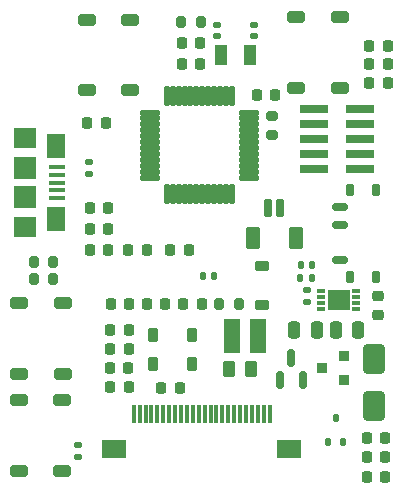
<source format=gbr>
%TF.GenerationSoftware,KiCad,Pcbnew,8.0.0*%
%TF.CreationDate,2024-03-03T14:06:41-06:00*%
%TF.ProjectId,Clock1,436c6f63-6b31-42e6-9b69-6361645f7063,4*%
%TF.SameCoordinates,Original*%
%TF.FileFunction,Soldermask,Top*%
%TF.FilePolarity,Negative*%
%FSLAX46Y46*%
G04 Gerber Fmt 4.6, Leading zero omitted, Abs format (unit mm)*
G04 Created by KiCad (PCBNEW 8.0.0) date 2024-03-03 14:06:41*
%MOMM*%
%LPD*%
G01*
G04 APERTURE LIST*
G04 Aperture macros list*
%AMRoundRect*
0 Rectangle with rounded corners*
0 $1 Rounding radius*
0 $2 $3 $4 $5 $6 $7 $8 $9 X,Y pos of 4 corners*
0 Add a 4 corners polygon primitive as box body*
4,1,4,$2,$3,$4,$5,$6,$7,$8,$9,$2,$3,0*
0 Add four circle primitives for the rounded corners*
1,1,$1+$1,$2,$3*
1,1,$1+$1,$4,$5*
1,1,$1+$1,$6,$7*
1,1,$1+$1,$8,$9*
0 Add four rect primitives between the rounded corners*
20,1,$1+$1,$2,$3,$4,$5,0*
20,1,$1+$1,$4,$5,$6,$7,0*
20,1,$1+$1,$6,$7,$8,$9,0*
20,1,$1+$1,$8,$9,$2,$3,0*%
G04 Aperture macros list end*
%ADD10R,0.889000X0.812800*%
%ADD11RoundRect,0.135000X-0.185000X0.135000X-0.185000X-0.135000X0.185000X-0.135000X0.185000X0.135000X0*%
%ADD12RoundRect,0.200000X0.200000X0.275000X-0.200000X0.275000X-0.200000X-0.275000X0.200000X-0.275000X0*%
%ADD13RoundRect,0.150000X0.500000X-0.150000X0.500000X0.150000X-0.500000X0.150000X-0.500000X-0.150000X0*%
%ADD14RoundRect,0.175000X0.175000X0.350000X-0.175000X0.350000X-0.175000X-0.350000X0.175000X-0.350000X0*%
%ADD15R,2.400000X0.740000*%
%ADD16RoundRect,0.225000X0.225000X0.250000X-0.225000X0.250000X-0.225000X-0.250000X0.225000X-0.250000X0*%
%ADD17RoundRect,0.225000X-0.225000X-0.250000X0.225000X-0.250000X0.225000X0.250000X-0.225000X0.250000X0*%
%ADD18RoundRect,0.140000X-0.170000X0.140000X-0.170000X-0.140000X0.170000X-0.140000X0.170000X0.140000X0*%
%ADD19RoundRect,0.250000X-0.262500X-0.450000X0.262500X-0.450000X0.262500X0.450000X-0.262500X0.450000X0*%
%ADD20RoundRect,0.200000X-0.200000X-0.275000X0.200000X-0.275000X0.200000X0.275000X-0.200000X0.275000X0*%
%ADD21RoundRect,0.060000X0.240000X-0.715000X0.240000X0.715000X-0.240000X0.715000X-0.240000X-0.715000X0*%
%ADD22RoundRect,0.120000X0.480000X-0.780000X0.480000X0.780000X-0.480000X0.780000X-0.480000X-0.780000X0*%
%ADD23R,1.400000X3.000000*%
%ADD24RoundRect,0.250000X-0.250000X-0.475000X0.250000X-0.475000X0.250000X0.475000X-0.250000X0.475000X0*%
%ADD25RoundRect,0.150000X0.150000X-0.587500X0.150000X0.587500X-0.150000X0.587500X-0.150000X-0.587500X0*%
%ADD26RoundRect,0.140000X0.170000X-0.140000X0.170000X0.140000X-0.170000X0.140000X-0.170000X-0.140000X0*%
%ADD27RoundRect,0.188760X-0.053240X-0.693240X0.053240X-0.693240X0.053240X0.693240X-0.053240X0.693240X0*%
%ADD28RoundRect,0.188760X-0.693240X0.053240X-0.693240X-0.053240X0.693240X-0.053240X0.693240X0.053240X0*%
%ADD29RoundRect,0.225000X0.225000X0.375000X-0.225000X0.375000X-0.225000X-0.375000X0.225000X-0.375000X0*%
%ADD30RoundRect,0.250000X0.512000X-0.250000X0.512000X0.250000X-0.512000X0.250000X-0.512000X-0.250000X0*%
%ADD31RoundRect,0.225000X-0.250000X0.225000X-0.250000X-0.225000X0.250000X-0.225000X0.250000X0.225000X0*%
%ADD32RoundRect,0.112500X-0.112500X-0.237500X0.112500X-0.237500X0.112500X0.237500X-0.112500X0.237500X0*%
%ADD33RoundRect,0.140000X-0.140000X-0.170000X0.140000X-0.170000X0.140000X0.170000X-0.140000X0.170000X0*%
%ADD34RoundRect,0.200000X-0.275000X0.200000X-0.275000X-0.200000X0.275000X-0.200000X0.275000X0.200000X0*%
%ADD35RoundRect,0.147500X0.147500X0.172500X-0.147500X0.172500X-0.147500X-0.172500X0.147500X-0.172500X0*%
%ADD36RoundRect,0.225000X-0.375000X0.225000X-0.375000X-0.225000X0.375000X-0.225000X0.375000X0.225000X0*%
%ADD37RoundRect,0.250000X-0.650000X1.000000X-0.650000X-1.000000X0.650000X-1.000000X0.650000X1.000000X0*%
%ADD38R,1.350000X0.400000*%
%ADD39R,1.600000X2.100000*%
%ADD40R,1.900000X1.800000*%
%ADD41R,1.900000X1.900000*%
%ADD42R,1.000000X1.800000*%
%ADD43RoundRect,0.135000X-0.135000X-0.185000X0.135000X-0.185000X0.135000X0.185000X-0.135000X0.185000X0*%
%ADD44RoundRect,0.225000X-0.225000X-0.375000X0.225000X-0.375000X0.225000X0.375000X-0.225000X0.375000X0*%
%ADD45RoundRect,0.135000X0.185000X-0.135000X0.185000X0.135000X-0.185000X0.135000X-0.185000X-0.135000X0*%
%ADD46R,0.750000X0.300000*%
%ADD47R,1.900000X1.750000*%
%ADD48R,2.000000X1.500000*%
%ADD49R,0.300000X1.500000*%
G04 APERTURE END LIST*
D10*
%TO.C,U1*%
X161994999Y-125224999D03*
X161994999Y-123175001D03*
X160105000Y-124200000D03*
%TD*%
D11*
%TO.C,R9*%
X140390000Y-106740000D03*
X140390000Y-107760000D03*
%TD*%
D12*
%TO.C,R6*%
X137375000Y-116700000D03*
X135725000Y-116700000D03*
%TD*%
D13*
%TO.C,SW1*%
X161650000Y-110600000D03*
X161650000Y-112100000D03*
X161650000Y-115100000D03*
D14*
X164700000Y-109175000D03*
X162500000Y-109175000D03*
X164700000Y-116525000D03*
X162500000Y-116525000D03*
%TD*%
D15*
%TO.C,J2*%
X163350000Y-107380000D03*
X159450000Y-107380000D03*
X163350000Y-106110000D03*
X159450000Y-106110000D03*
X163350000Y-104840000D03*
X159450000Y-104840000D03*
X163350000Y-103570000D03*
X159450000Y-103570000D03*
X163350000Y-102300000D03*
X159450000Y-102300000D03*
%TD*%
D16*
%TO.C,C12*%
X149825000Y-96700000D03*
X148275000Y-96700000D03*
%TD*%
%TO.C,C21*%
X143750000Y-124200000D03*
X142200000Y-124200000D03*
%TD*%
D17*
%TO.C,C20*%
X148400000Y-118800000D03*
X149950000Y-118800000D03*
%TD*%
D18*
%TO.C,C4*%
X154370000Y-95140000D03*
X154370000Y-96100000D03*
%TD*%
D19*
%TO.C,R4*%
X152287500Y-124300000D03*
X154112500Y-124300000D03*
%TD*%
D20*
%TO.C,R1*%
X151450000Y-118800000D03*
X153100000Y-118800000D03*
%TD*%
D21*
%TO.C,J4*%
X156600000Y-110675000D03*
X155600000Y-110675000D03*
D22*
X154300000Y-113200000D03*
X157900000Y-113200000D03*
%TD*%
D23*
%TO.C,L1*%
X152500000Y-121500000D03*
X154700000Y-121500000D03*
%TD*%
D20*
%TO.C,R7*%
X148225000Y-94950000D03*
X149875000Y-94950000D03*
%TD*%
D24*
%TO.C,C30*%
X161300000Y-120950000D03*
X163200000Y-120950000D03*
%TD*%
D18*
%TO.C,C5*%
X151250000Y-95140000D03*
X151250000Y-96100000D03*
%TD*%
D16*
%TO.C,C14*%
X165475000Y-133400000D03*
X163925000Y-133400000D03*
%TD*%
%TO.C,C2*%
X145300000Y-114200000D03*
X143750000Y-114200000D03*
%TD*%
D17*
%TO.C,C10*%
X140500000Y-112450000D03*
X142050000Y-112450000D03*
%TD*%
D25*
%TO.C,Q2*%
X156600000Y-125200000D03*
X158500000Y-125200000D03*
X157550000Y-123325000D03*
%TD*%
D26*
%TO.C,C28*%
X139450000Y-131710000D03*
X139450000Y-130750000D03*
%TD*%
D16*
%TO.C,C7*%
X165700000Y-98500000D03*
X164150000Y-98500000D03*
%TD*%
%TO.C,C16*%
X165475000Y-130170000D03*
X163925000Y-130170000D03*
%TD*%
D27*
%TO.C,U4*%
X152500000Y-101150000D03*
X152000000Y-101150000D03*
X151500000Y-101150000D03*
X151000000Y-101150000D03*
X150500000Y-101150000D03*
X150000000Y-101150000D03*
X149500000Y-101150000D03*
X149000000Y-101150000D03*
X148500000Y-101150000D03*
X148000000Y-101150000D03*
X147500000Y-101150000D03*
X147000000Y-101150000D03*
D28*
X145570000Y-102580000D03*
X145570000Y-103080000D03*
X145570000Y-103580000D03*
X145570000Y-104080000D03*
X145570000Y-104580000D03*
X145570000Y-105080000D03*
X145570000Y-105580000D03*
X145570000Y-106080000D03*
X145570000Y-106580000D03*
X145570000Y-107080000D03*
X145570000Y-107580000D03*
X145570000Y-108080000D03*
D27*
X147000000Y-109510000D03*
X147500000Y-109510000D03*
X148000000Y-109510000D03*
X148500000Y-109510000D03*
X149000000Y-109510000D03*
X149500000Y-109510000D03*
X150000000Y-109510000D03*
X150500000Y-109510000D03*
X151000000Y-109510000D03*
X151500000Y-109510000D03*
X152000000Y-109510000D03*
X152500000Y-109510000D03*
D28*
X153930000Y-108080000D03*
X153930000Y-107580000D03*
X153930000Y-107080000D03*
X153930000Y-106580000D03*
X153930000Y-106080000D03*
X153930000Y-105580000D03*
X153930000Y-105080000D03*
X153930000Y-104580000D03*
X153930000Y-104080000D03*
X153930000Y-103580000D03*
X153930000Y-103080000D03*
X153930000Y-102580000D03*
%TD*%
D29*
%TO.C,D3*%
X149100000Y-123900000D03*
X145800000Y-123900000D03*
%TD*%
D30*
%TO.C,SW4*%
X134450000Y-132900000D03*
X134450000Y-126900000D03*
X138150000Y-132900000D03*
X138150000Y-126900000D03*
%TD*%
D31*
%TO.C,C18*%
X164850000Y-118125000D03*
X164850000Y-119675000D03*
%TD*%
D32*
%TO.C,Q1*%
X160650000Y-130450000D03*
X161950000Y-130450000D03*
X161300000Y-128450000D03*
%TD*%
D17*
%TO.C,C9*%
X140500000Y-114200000D03*
X142050000Y-114200000D03*
%TD*%
%TO.C,C27*%
X142225000Y-121000000D03*
X143775000Y-121000000D03*
%TD*%
D16*
%TO.C,C6*%
X165700000Y-96900000D03*
X164150000Y-96900000D03*
%TD*%
%TO.C,C13*%
X149825000Y-98450000D03*
X148275000Y-98450000D03*
%TD*%
D17*
%TO.C,C25*%
X145300000Y-118800000D03*
X146850000Y-118800000D03*
%TD*%
D33*
%TO.C,C29*%
X150050000Y-116450000D03*
X151010000Y-116450000D03*
%TD*%
D34*
%TO.C,R2*%
X155900000Y-102850000D03*
X155900000Y-104500000D03*
%TD*%
D16*
%TO.C,C17*%
X165700000Y-100100000D03*
X164150000Y-100100000D03*
%TD*%
D30*
%TO.C,SW7*%
X157950000Y-100500000D03*
X157950000Y-94500000D03*
X161650000Y-100500000D03*
X161650000Y-94500000D03*
%TD*%
D35*
%TO.C,D4*%
X159300000Y-115450000D03*
X158330000Y-115450000D03*
%TD*%
D30*
%TO.C,SW3*%
X134500000Y-124700000D03*
X134500000Y-118700000D03*
X138200000Y-124700000D03*
X138200000Y-118700000D03*
%TD*%
D16*
%TO.C,C24*%
X148075000Y-125900000D03*
X146525000Y-125900000D03*
%TD*%
D36*
%TO.C,D1*%
X155050000Y-115550000D03*
X155050000Y-118850000D03*
%TD*%
D17*
%TO.C,C26*%
X142225000Y-125800000D03*
X143775000Y-125800000D03*
%TD*%
%TO.C,C8*%
X140500000Y-110700000D03*
X142050000Y-110700000D03*
%TD*%
D24*
%TO.C,C19*%
X157800000Y-120950000D03*
X159700000Y-120950000D03*
%TD*%
D12*
%TO.C,R5*%
X137375000Y-115200000D03*
X135725000Y-115200000D03*
%TD*%
D16*
%TO.C,C22*%
X143800000Y-118800000D03*
X142250000Y-118800000D03*
%TD*%
D17*
%TO.C,C3*%
X154650000Y-101100000D03*
X156200000Y-101100000D03*
%TD*%
D37*
%TO.C,D5*%
X164550000Y-123450000D03*
X164550000Y-127450000D03*
%TD*%
D16*
%TO.C,C23*%
X143775000Y-122600000D03*
X142225000Y-122600000D03*
%TD*%
D38*
%TO.C,J1*%
X137700000Y-107200000D03*
X137700000Y-107850000D03*
X137700000Y-108500000D03*
X137700000Y-109150000D03*
X137700000Y-109800000D03*
D39*
X137575000Y-105400000D03*
X137575000Y-111600000D03*
D40*
X135025000Y-104700000D03*
D41*
X135025000Y-107300000D03*
X135025000Y-109700000D03*
D40*
X135025000Y-112300000D03*
%TD*%
D17*
%TO.C,C1*%
X147300000Y-114200000D03*
X148850000Y-114200000D03*
%TD*%
D42*
%TO.C,Y1*%
X154050000Y-97700000D03*
X151550000Y-97700000D03*
%TD*%
D43*
%TO.C,R8*%
X158290000Y-116600000D03*
X159310000Y-116600000D03*
%TD*%
D44*
%TO.C,D2*%
X145800000Y-121400000D03*
X149100000Y-121400000D03*
%TD*%
D45*
%TO.C,R3*%
X158900000Y-118620000D03*
X158900000Y-117600000D03*
%TD*%
D16*
%TO.C,C15*%
X165475000Y-131770000D03*
X163925000Y-131770000D03*
%TD*%
%TO.C,C11*%
X141825000Y-103450000D03*
X140275000Y-103450000D03*
%TD*%
D46*
%TO.C,IC1*%
X163050000Y-119200000D03*
X163050000Y-118700000D03*
X163050000Y-118200000D03*
X163050000Y-117700000D03*
X160050000Y-117700000D03*
X160050000Y-118200000D03*
X160050000Y-118700000D03*
X160050000Y-119200000D03*
D47*
X161550000Y-118450000D03*
%TD*%
D30*
%TO.C,SW5*%
X140200000Y-100700000D03*
X140200000Y-94700000D03*
X143900000Y-100700000D03*
X143900000Y-94700000D03*
%TD*%
D48*
%TO.C,J3*%
X142550000Y-131100000D03*
X157350000Y-131100000D03*
D49*
X155700000Y-128100000D03*
X155200000Y-128100000D03*
X154700000Y-128100000D03*
X154200000Y-128100000D03*
X153700000Y-128100000D03*
X153200000Y-128100000D03*
X152700000Y-128100000D03*
X152200000Y-128100000D03*
X151700000Y-128100000D03*
X151200000Y-128100000D03*
X150700000Y-128100000D03*
X150200000Y-128100000D03*
X149700000Y-128100000D03*
X149200000Y-128100000D03*
X148700000Y-128100000D03*
X148200000Y-128100000D03*
X147700000Y-128100000D03*
X147200000Y-128100000D03*
X146700000Y-128100000D03*
X146200000Y-128100000D03*
X145700000Y-128100000D03*
X145200000Y-128100000D03*
X144700000Y-128100000D03*
X144200000Y-128100000D03*
%TD*%
M02*

</source>
